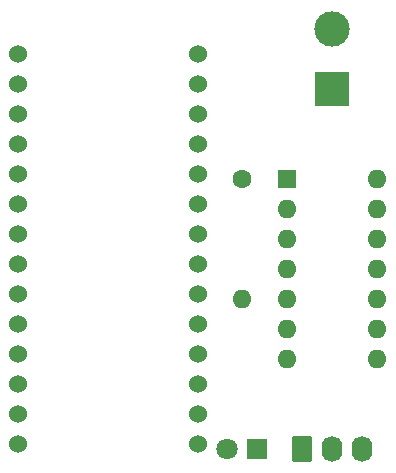
<source format=gbs>
%TF.GenerationSoftware,KiCad,Pcbnew,(6.0.4)*%
%TF.CreationDate,2022-04-18T10:48:46-05:00*%
%TF.ProjectId,broken-heart,62726f6b-656e-42d6-9865-6172742e6b69,rev?*%
%TF.SameCoordinates,Original*%
%TF.FileFunction,Soldermask,Bot*%
%TF.FilePolarity,Negative*%
%FSLAX46Y46*%
G04 Gerber Fmt 4.6, Leading zero omitted, Abs format (unit mm)*
G04 Created by KiCad (PCBNEW (6.0.4)) date 2022-04-18 10:48:46*
%MOMM*%
%LPD*%
G01*
G04 APERTURE LIST*
G04 Aperture macros list*
%AMRoundRect*
0 Rectangle with rounded corners*
0 $1 Rounding radius*
0 $2 $3 $4 $5 $6 $7 $8 $9 X,Y pos of 4 corners*
0 Add a 4 corners polygon primitive as box body*
4,1,4,$2,$3,$4,$5,$6,$7,$8,$9,$2,$3,0*
0 Add four circle primitives for the rounded corners*
1,1,$1+$1,$2,$3*
1,1,$1+$1,$4,$5*
1,1,$1+$1,$6,$7*
1,1,$1+$1,$8,$9*
0 Add four rect primitives between the rounded corners*
20,1,$1+$1,$2,$3,$4,$5,0*
20,1,$1+$1,$4,$5,$6,$7,0*
20,1,$1+$1,$6,$7,$8,$9,0*
20,1,$1+$1,$8,$9,$2,$3,0*%
G04 Aperture macros list end*
%ADD10C,1.600000*%
%ADD11O,1.600000X1.600000*%
%ADD12RoundRect,0.250000X-0.620000X-0.845000X0.620000X-0.845000X0.620000X0.845000X-0.620000X0.845000X0*%
%ADD13O,1.740000X2.190000*%
%ADD14C,1.524000*%
%ADD15R,1.600000X1.600000*%
%ADD16R,1.800000X1.800000*%
%ADD17C,1.800000*%
%ADD18R,3.000000X3.000000*%
%ADD19C,3.000000*%
G04 APERTURE END LIST*
D10*
X132080000Y-86360000D03*
D11*
X132080000Y-96520000D03*
D12*
X137160000Y-109220000D03*
D13*
X139700000Y-109220000D03*
X142240000Y-109220000D03*
D14*
X113165000Y-75835000D03*
X113165000Y-78375000D03*
X113165000Y-80915000D03*
X113165000Y-83455000D03*
X113165000Y-85995000D03*
X113165000Y-88535000D03*
X113165000Y-91075000D03*
X113165000Y-93615000D03*
X113165000Y-96155000D03*
X113165000Y-98695000D03*
X113165000Y-101235000D03*
X113165000Y-103775000D03*
X113165000Y-106315000D03*
X113165000Y-108855000D03*
X128405000Y-108855000D03*
X128405000Y-106315000D03*
X128405000Y-103775000D03*
X128405000Y-101235000D03*
X128405000Y-98695000D03*
X128405000Y-96155000D03*
X128405000Y-93615000D03*
X128405000Y-91075000D03*
X128405000Y-88535000D03*
X128405000Y-85995000D03*
X128405000Y-83455000D03*
X128405000Y-80915000D03*
X128405000Y-78375000D03*
X128405000Y-75835000D03*
D15*
X135900000Y-86355000D03*
D11*
X135900000Y-88895000D03*
X135900000Y-91435000D03*
X135900000Y-93975000D03*
X135900000Y-96515000D03*
X135900000Y-99055000D03*
X135900000Y-101595000D03*
X143520000Y-101595000D03*
X143520000Y-99055000D03*
X143520000Y-96515000D03*
X143520000Y-93975000D03*
X143520000Y-91435000D03*
X143520000Y-88895000D03*
X143520000Y-86355000D03*
D16*
X133350000Y-109220000D03*
D17*
X130810000Y-109220000D03*
D18*
X139700000Y-78740000D03*
D19*
X139700000Y-73660000D03*
M02*

</source>
